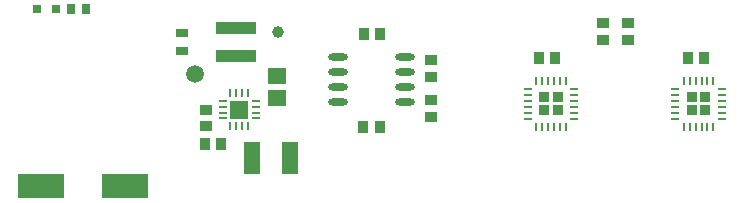
<source format=gtp>
G04*
G04 #@! TF.GenerationSoftware,Altium Limited,Altium Designer,19.1.8 (144)*
G04*
G04 Layer_Color=8421504*
%FSLAX25Y25*%
%MOIN*%
G70*
G01*
G75*
G04:AMPARAMS|DCode=19|XSize=61.02mil|YSize=61.02mil|CornerRadius=1.83mil|HoleSize=0mil|Usage=FLASHONLY|Rotation=270.000|XOffset=0mil|YOffset=0mil|HoleType=Round|Shape=RoundedRectangle|*
%AMROUNDEDRECTD19*
21,1,0.06102,0.05736,0,0,270.0*
21,1,0.05736,0.06102,0,0,270.0*
1,1,0.00366,-0.02868,-0.02868*
1,1,0.00366,-0.02868,0.02868*
1,1,0.00366,0.02868,0.02868*
1,1,0.00366,0.02868,-0.02868*
%
%ADD19ROUNDEDRECTD19*%
%ADD20R,0.03248X0.03248*%
%ADD21R,0.03248X0.03248*%
%ADD22R,0.03248X0.03248*%
%ADD23R,0.03248X0.03248*%
%ADD24C,0.03937*%
%ADD25C,0.05906*%
%ADD26O,0.00906X0.03150*%
%ADD27O,0.03150X0.00906*%
%ADD28R,0.04134X0.03543*%
%ADD29R,0.03543X0.03937*%
%ADD30R,0.15748X0.07874*%
%ADD31R,0.05315X0.11024*%
%ADD32R,0.03937X0.03150*%
%ADD33R,0.02756X0.03347*%
G04:AMPARAMS|DCode=34|XSize=9.84mil|YSize=23.62mil|CornerRadius=1.97mil|HoleSize=0mil|Usage=FLASHONLY|Rotation=0.000|XOffset=0mil|YOffset=0mil|HoleType=Round|Shape=RoundedRectangle|*
%AMROUNDEDRECTD34*
21,1,0.00984,0.01968,0,0,0.0*
21,1,0.00591,0.02362,0,0,0.0*
1,1,0.00394,0.00295,-0.00984*
1,1,0.00394,-0.00295,-0.00984*
1,1,0.00394,-0.00295,0.00984*
1,1,0.00394,0.00295,0.00984*
%
%ADD34ROUNDEDRECTD34*%
G04:AMPARAMS|DCode=35|XSize=9.84mil|YSize=23.62mil|CornerRadius=1.97mil|HoleSize=0mil|Usage=FLASHONLY|Rotation=270.000|XOffset=0mil|YOffset=0mil|HoleType=Round|Shape=RoundedRectangle|*
%AMROUNDEDRECTD35*
21,1,0.00984,0.01968,0,0,270.0*
21,1,0.00591,0.02362,0,0,270.0*
1,1,0.00394,-0.00984,-0.00295*
1,1,0.00394,-0.00984,0.00295*
1,1,0.00394,0.00984,0.00295*
1,1,0.00394,0.00984,-0.00295*
%
%ADD35ROUNDEDRECTD35*%
%ADD36R,0.03937X0.03543*%
%ADD37R,0.06102X0.05709*%
%ADD38R,0.13386X0.03858*%
%ADD39R,0.03150X0.03150*%
%ADD40R,0.03543X0.04134*%
%ADD41O,0.06496X0.02362*%
D19*
X77953Y157146D02*
D03*
D20*
X233317Y161270D02*
D03*
X228888D02*
D03*
Y156841D02*
D03*
X233317D02*
D03*
X184104Y156841D02*
D03*
D21*
Y161270D02*
D03*
D22*
X179675D02*
D03*
D23*
Y156841D02*
D03*
D24*
X90945Y183071D02*
D03*
D25*
X63386Y168898D02*
D03*
D26*
X226181Y166831D02*
D03*
X228150D02*
D03*
X230118D02*
D03*
X232087D02*
D03*
X234055D02*
D03*
X236024D02*
D03*
Y151279D02*
D03*
X234055D02*
D03*
X232087D02*
D03*
X230118D02*
D03*
X228150D02*
D03*
X226181D02*
D03*
X176969Y166831D02*
D03*
X178937D02*
D03*
X180906D02*
D03*
X182874D02*
D03*
X184843D02*
D03*
X186811D02*
D03*
Y151279D02*
D03*
X184843D02*
D03*
X182874D02*
D03*
X180906D02*
D03*
X178937D02*
D03*
X176969D02*
D03*
D27*
X238878Y163977D02*
D03*
Y162008D02*
D03*
Y160039D02*
D03*
Y158071D02*
D03*
Y156103D02*
D03*
Y154134D02*
D03*
X223327D02*
D03*
Y156103D02*
D03*
Y158071D02*
D03*
Y160039D02*
D03*
Y162008D02*
D03*
Y163977D02*
D03*
X189665Y163976D02*
D03*
Y162008D02*
D03*
Y160039D02*
D03*
Y158071D02*
D03*
Y156102D02*
D03*
Y154134D02*
D03*
X174114D02*
D03*
Y156102D02*
D03*
Y158071D02*
D03*
Y160039D02*
D03*
Y162008D02*
D03*
Y163976D02*
D03*
D28*
X141732Y154626D02*
D03*
Y160335D02*
D03*
X199213Y180217D02*
D03*
Y185925D02*
D03*
X207480Y180217D02*
D03*
Y185925D02*
D03*
X141732Y168012D02*
D03*
Y173721D02*
D03*
D29*
X227559Y174409D02*
D03*
X232874D02*
D03*
X178051Y174409D02*
D03*
X183366D02*
D03*
X71949Y145728D02*
D03*
X66634D02*
D03*
X119488Y182303D02*
D03*
X124803D02*
D03*
D30*
X39961Y131555D02*
D03*
X12008D02*
D03*
D31*
X94882Y141004D02*
D03*
X82283D02*
D03*
D32*
X59055Y176634D02*
D03*
Y182539D02*
D03*
D33*
X21949Y190551D02*
D03*
X26870D02*
D03*
D34*
X80906Y162658D02*
D03*
X78937D02*
D03*
X76969D02*
D03*
X75000D02*
D03*
Y151634D02*
D03*
X76969D02*
D03*
X78937D02*
D03*
X80906D02*
D03*
D35*
X72441Y160098D02*
D03*
Y158130D02*
D03*
Y156161D02*
D03*
Y154193D02*
D03*
X83465D02*
D03*
Y156161D02*
D03*
Y158130D02*
D03*
Y160098D02*
D03*
D36*
X66929Y157047D02*
D03*
Y151732D02*
D03*
D37*
X90551Y160886D02*
D03*
Y168366D02*
D03*
D38*
X76772Y184252D02*
D03*
Y174921D02*
D03*
D39*
X10433Y190551D02*
D03*
X16929D02*
D03*
D40*
X124902Y151181D02*
D03*
X119193D02*
D03*
D41*
X110827Y174803D02*
D03*
Y169803D02*
D03*
Y164803D02*
D03*
Y159803D02*
D03*
X133071Y174803D02*
D03*
Y169803D02*
D03*
Y164803D02*
D03*
Y159803D02*
D03*
M02*

</source>
